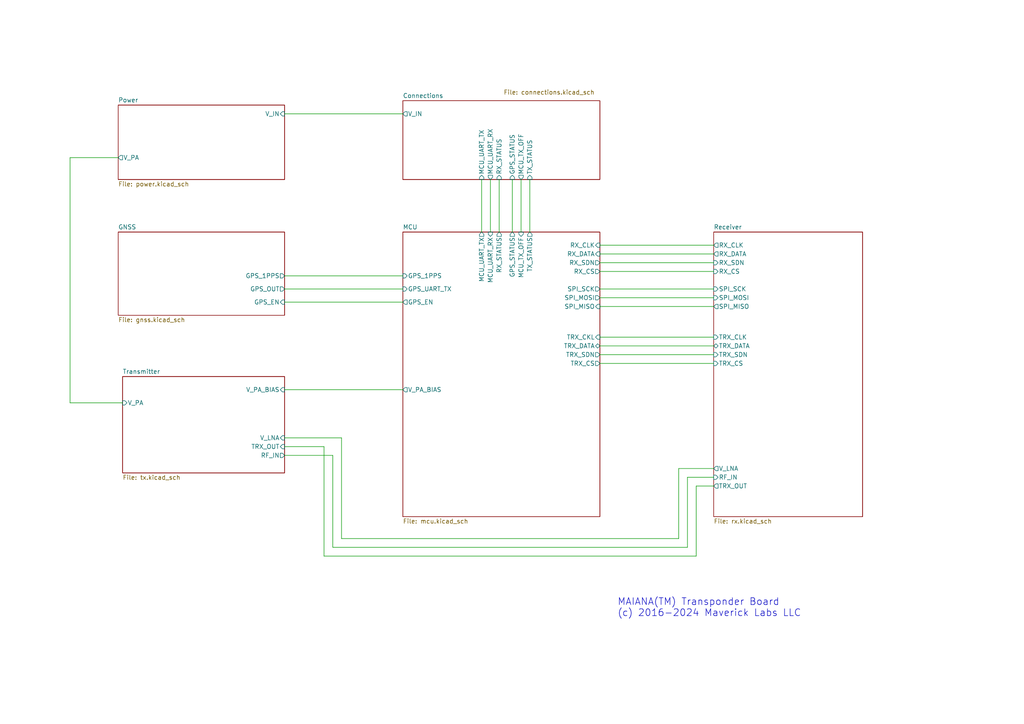
<source format=kicad_sch>
(kicad_sch (version 20230121) (generator eeschema)
  (paper "A4")
  (title_block (title "Hierarchy") (date "2024-02-03") (rev "11.9.1"))
  (lib_symbols)
  (wire (pts (xy 20.32 45.72) (xy 20.32 116.84)))
  (wire (pts (xy 142.24 52.07) (xy 142.24 67.31)))
  (wire (pts (xy 173.99 100.33) (xy 207.01 100.33)))
  (wire (pts (xy 96.52 132.08) (xy 96.52 158.75)))
  (wire (pts (xy 199.39 158.75) (xy 199.39 138.43)))
  (wire (pts (xy 20.32 116.84) (xy 35.56 116.84)))
  (wire (pts (xy 196.85 135.89) (xy 196.85 156.21)))
  (wire (pts (xy 20.32 45.72) (xy 34.29 45.72)))
  (wire (pts (xy 173.99 83.82) (xy 207.01 83.82)))
  (wire (pts (xy 139.7 52.07) (xy 139.7 67.31)))
  (wire (pts (xy 144.78 52.07) (xy 144.78 67.31)))
  (wire (pts (xy 173.99 78.74) (xy 207.01 78.74)))
  (wire (pts (xy 173.99 76.2) (xy 207.01 76.2)))
  (wire (pts (xy 201.93 161.29) (xy 93.98 161.29)))
  (wire (pts (xy 173.99 73.66) (xy 207.01 73.66)))
  (wire (pts (xy 173.99 71.12) (xy 207.01 71.12)))
  (wire (pts (xy 148.59 52.07) (xy 148.59 67.31)))
  (wire (pts (xy 173.99 102.87) (xy 207.01 102.87)))
  (wire (pts (xy 82.55 129.54) (xy 93.98 129.54)))
  (wire (pts (xy 173.99 97.79) (xy 207.01 97.79)))
  (wire (pts (xy 207.01 135.89) (xy 196.85 135.89)))
  (wire (pts (xy 82.55 33.02) (xy 116.84 33.02)))
  (wire (pts (xy 82.55 87.63) (xy 116.84 87.63)))
  (wire (pts (xy 199.39 138.43) (xy 207.01 138.43)))
  (wire (pts (xy 82.55 80.01) (xy 116.84 80.01)))
  (wire (pts (xy 82.55 113.03) (xy 116.84 113.03)))
  (wire (pts (xy 93.98 161.29) (xy 93.98 129.54)))
  (wire (pts (xy 173.99 88.9) (xy 207.01 88.9)))
  (wire (pts (xy 173.99 86.36) (xy 207.01 86.36)))
  (wire (pts (xy 82.55 132.08) (xy 96.52 132.08)))
  (wire (pts (xy 96.52 158.75) (xy 199.39 158.75)))
  (wire (pts (xy 82.55 83.82) (xy 116.84 83.82)))
  (wire (pts (xy 201.93 140.97) (xy 201.93 161.29)))
  (wire (pts (xy 99.06 127) (xy 82.55 127)))
  (wire (pts (xy 196.85 156.21) (xy 99.06 156.21)))
  (wire (pts (xy 173.99 105.41) (xy 207.01 105.41)))
  (wire (pts (xy 153.67 52.07) (xy 153.67 67.31)))
  (wire (pts (xy 151.13 52.07) (xy 151.13 67.31)))
  (wire (pts (xy 207.01 140.97) (xy 201.93 140.97)))
  (wire (pts (xy 99.06 156.21) (xy 99.06 127)))
  (text "MAIANA(TM) Transponder Board\n(c) 2016-2024 Maverick Labs LLC" (at 179.07 179.07 0) (effects (font (size 2 2)) (justify left bottom)))
  (sheet (at 116.84 67.31) (size 57.15 82.55) (stroke (width 0.1524))
    (property "Sheetname" "MCU" (at 116.84 66.5984 0) (effects (justify left bottom)))
    (property "Sheetfile" "mcu.kicad_sch" (at 116.84 150.4446 0) (effects (justify left top)))
    (pin "RX_CS" output (at 173.99 78.74 0))
    (pin "RX_SDN" output (at 173.99 76.2 0))
    (pin "MCU_UART_TX" output (at 139.7 67.31 90))
    (pin "V_PA_BIAS" output (at 116.84 113.03 180))
    (pin "SPI_MOSI" output (at 173.99 86.36 0))
    (pin "SPI_MISO" input (at 173.99 88.9 0))
    (pin "MCU_UART_RX" input (at 142.24 67.31 90))
    (pin "TRX_CS" output (at 173.99 105.41 0))
    (pin "GPS_1PPS" input (at 116.84 80.01 180))
    (pin "SPI_SCK" output (at 173.99 83.82 0))
    (pin "RX_STATUS" output (at 144.78 67.31 90))
    (pin "GPS_UART_TX" input (at 116.84 83.82 180))
    (pin "GPS_STATUS" output (at 148.59 67.31 90))
    (pin "MCU_TX_OFF" input (at 151.13 67.31 90))
    (pin "GPS_EN" output (at 116.84 87.63 180))
    (pin "TRX_CKL" input (at 173.99 97.79 0))
    (pin "RX_DATA" input (at 173.99 73.66 0))
    (pin "TX_STATUS" output (at 153.67 67.31 90))
    (pin "TRX_SDN" output (at 173.99 102.87 0))
    (pin "TRX_DATA" bidirectional (at 173.99 100.33 0))
    (pin "RX_CLK" input (at 173.99 71.12 0))
  )
  (sheet (at 34.29 67.31) (size 48.26 24.13) (stroke (width 0.1524))
    (property "Sheetname" "GNSS" (at 34.29 66.5984 0) (effects (justify left bottom)))
    (property "Sheetfile" "gnss.kicad_sch" (at 34.29 92.0246 0) (effects (justify left top)))
    (pin "GPS_OUT" output (at 82.55 83.82 0))
    (pin "GPS_1PPS" output (at 82.55 80.01 0))
    (pin "GPS_EN" input (at 82.55 87.63 0))
  )
  (sheet (at 116.84 29.21) (size 57.15 22.86) (stroke (width 0.1524))
    (property "Sheetname" "Connections" (at 116.84 28.4984 0) (effects (justify left bottom)))
    (property "Sheetfile" "connections.kicad_sch" (at 146.05 26.035 0) (effects (justify left top)))
    (pin "GPS_STATUS" input (at 148.59 52.07 270))
    (pin "TX_STATUS" input (at 153.67 52.07 270))
    (pin "RX_STATUS" input (at 144.78 52.07 270))
    (pin "MCU_UART_RX" output (at 142.24 52.07 270))
    (pin "MCU_UART_TX" input (at 139.7 52.07 270))
    (pin "V_IN" output (at 116.84 33.02 180))
    (pin "MCU_TX_OFF" output (at 151.13 52.07 270))
  )
  (sheet (at 207.01 67.31) (size 43.18 82.55) (stroke (width 0.1524))
    (property "Sheetname" "Receiver" (at 207.01 66.5984 0) (effects (justify left bottom)))
    (property "Sheetfile" "rx.kicad_sch" (at 207.01 150.4446 0) (effects (justify left top)))
    (pin "TRX_DATA" bidirectional (at 207.01 100.33 180))
    (pin "RX_CLK" output (at 207.01 71.12 180))
    (pin "RX_DATA" output (at 207.01 73.66 180))
    (pin "RX_SDN" input (at 207.01 76.2 180))
    (pin "RX_CS" input (at 207.01 78.74 180))
    (pin "SPI_MISO" output (at 207.01 88.9 180))
    (pin "SPI_MOSI" input (at 207.01 86.36 180))
    (pin "SPI_SCK" input (at 207.01 83.82 180))
    (pin "TRX_SDN" input (at 207.01 102.87 180))
    (pin "TRX_CS" input (at 207.01 105.41 180))
    (pin "TRX_OUT" output (at 207.01 140.97 180))
    (pin "TRX_CLK" input (at 207.01 97.79 180))
    (pin "RF_IN" input (at 207.01 138.43 180))
    (pin "V_LNA" output (at 207.01 135.89 180))
  )
  (sheet (at 35.56 109.22) (size 46.99 27.94) (stroke (width 0.1524))
    (property "Sheetname" "Transmitter" (at 35.56 108.5084 0) (effects (justify left bottom)))
    (property "Sheetfile" "tx.kicad_sch" (at 35.56 137.7446 0) (effects (justify left top)))
    (pin "V_PA" input (at 35.56 116.84 180))
    (pin "RF_IN" output (at 82.55 132.08 0))
    (pin "V_PA_BIAS" input (at 82.55 113.03 0))
    (pin "TRX_OUT" input (at 82.55 129.54 0))
    (pin "V_LNA" input (at 82.55 127 0))
  )
  (sheet (at 34.29 30.48) (size 48.26 21.59) (stroke (width 0.1524))
    (property "Sheetname" "Power" (at 34.29 29.7684 0) (effects (justify left bottom)))
    (property "Sheetfile" "power.kicad_sch" (at 34.29 52.6546 0) (effects (justify left top)))
    (pin "V_IN" input (at 82.55 33.02 0))
    (pin "V_PA" output (at 34.29 45.72 180))
  )
)
</source>
